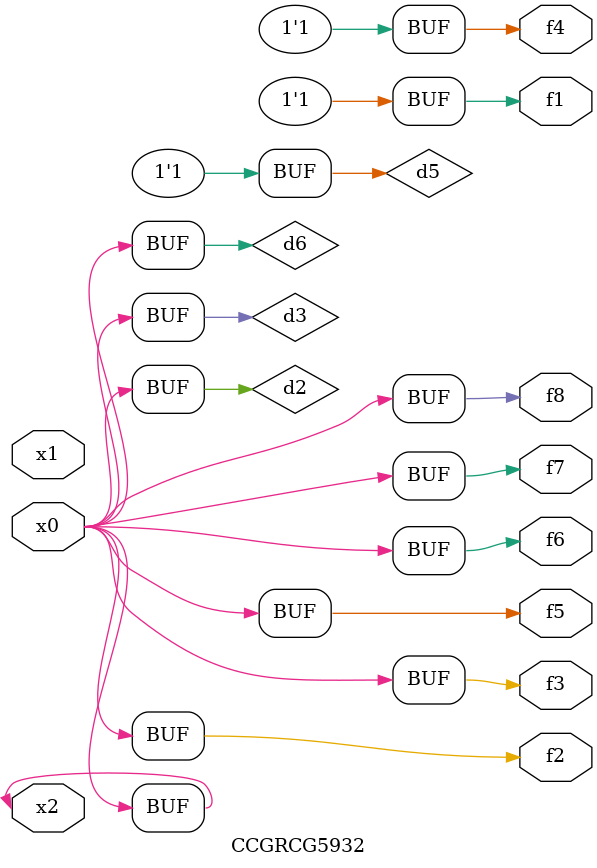
<source format=v>
module CCGRCG5932(
	input x0, x1, x2,
	output f1, f2, f3, f4, f5, f6, f7, f8
);

	wire d1, d2, d3, d4, d5, d6;

	xnor (d1, x2);
	buf (d2, x0, x2);
	and (d3, x0);
	xnor (d4, x1, x2);
	nand (d5, d1, d3);
	buf (d6, d2, d3);
	assign f1 = d5;
	assign f2 = d6;
	assign f3 = d6;
	assign f4 = d5;
	assign f5 = d6;
	assign f6 = d6;
	assign f7 = d6;
	assign f8 = d6;
endmodule

</source>
